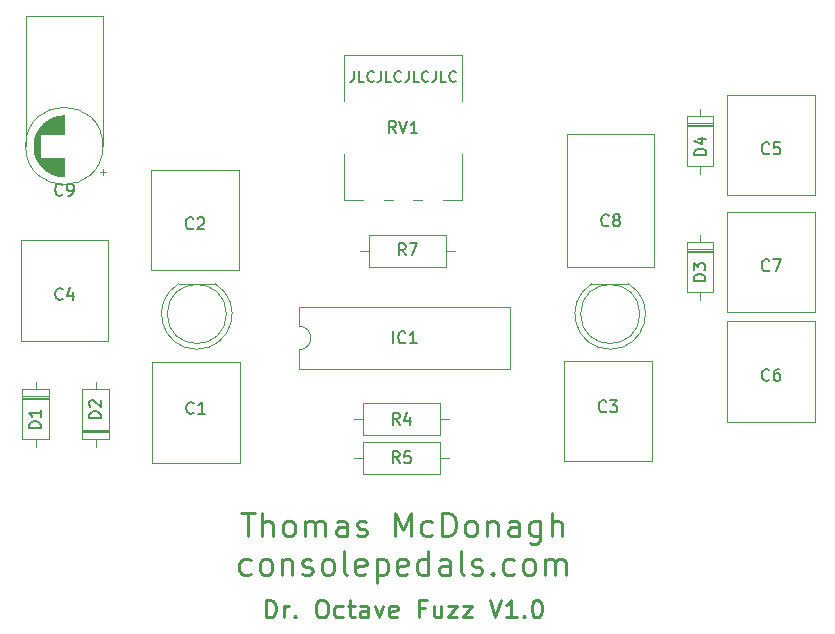
<source format=gbr>
G04 #@! TF.GenerationSoftware,KiCad,Pcbnew,(5.1.7)-1*
G04 #@! TF.CreationDate,2021-10-10T20:00:40-05:00*
G04 #@! TF.ProjectId,DrOctaveFuzz,44724f63-7461-4766-9546-757a7a2e6b69,rev?*
G04 #@! TF.SameCoordinates,Original*
G04 #@! TF.FileFunction,Legend,Top*
G04 #@! TF.FilePolarity,Positive*
%FSLAX46Y46*%
G04 Gerber Fmt 4.6, Leading zero omitted, Abs format (unit mm)*
G04 Created by KiCad (PCBNEW (5.1.7)-1) date 2021-10-10 20:00:40*
%MOMM*%
%LPD*%
G01*
G04 APERTURE LIST*
%ADD10C,0.150000*%
%ADD11C,0.250000*%
%ADD12C,0.120000*%
G04 APERTURE END LIST*
D10*
X128557857Y-75707142D02*
X128557857Y-76350000D01*
X128515000Y-76478571D01*
X128429285Y-76564285D01*
X128300714Y-76607142D01*
X128215000Y-76607142D01*
X129415000Y-76607142D02*
X128986428Y-76607142D01*
X128986428Y-75707142D01*
X130229285Y-76521428D02*
X130186428Y-76564285D01*
X130057857Y-76607142D01*
X129972142Y-76607142D01*
X129843571Y-76564285D01*
X129757857Y-76478571D01*
X129715000Y-76392857D01*
X129672142Y-76221428D01*
X129672142Y-76092857D01*
X129715000Y-75921428D01*
X129757857Y-75835714D01*
X129843571Y-75750000D01*
X129972142Y-75707142D01*
X130057857Y-75707142D01*
X130186428Y-75750000D01*
X130229285Y-75792857D01*
X130872142Y-75707142D02*
X130872142Y-76350000D01*
X130829285Y-76478571D01*
X130743571Y-76564285D01*
X130615000Y-76607142D01*
X130529285Y-76607142D01*
X131729285Y-76607142D02*
X131300714Y-76607142D01*
X131300714Y-75707142D01*
X132543571Y-76521428D02*
X132500714Y-76564285D01*
X132372142Y-76607142D01*
X132286428Y-76607142D01*
X132157857Y-76564285D01*
X132072142Y-76478571D01*
X132029285Y-76392857D01*
X131986428Y-76221428D01*
X131986428Y-76092857D01*
X132029285Y-75921428D01*
X132072142Y-75835714D01*
X132157857Y-75750000D01*
X132286428Y-75707142D01*
X132372142Y-75707142D01*
X132500714Y-75750000D01*
X132543571Y-75792857D01*
X133186428Y-75707142D02*
X133186428Y-76350000D01*
X133143571Y-76478571D01*
X133057857Y-76564285D01*
X132929285Y-76607142D01*
X132843571Y-76607142D01*
X134043571Y-76607142D02*
X133615000Y-76607142D01*
X133615000Y-75707142D01*
X134857857Y-76521428D02*
X134815000Y-76564285D01*
X134686428Y-76607142D01*
X134600714Y-76607142D01*
X134472142Y-76564285D01*
X134386428Y-76478571D01*
X134343571Y-76392857D01*
X134300714Y-76221428D01*
X134300714Y-76092857D01*
X134343571Y-75921428D01*
X134386428Y-75835714D01*
X134472142Y-75750000D01*
X134600714Y-75707142D01*
X134686428Y-75707142D01*
X134815000Y-75750000D01*
X134857857Y-75792857D01*
X135500714Y-75707142D02*
X135500714Y-76350000D01*
X135457857Y-76478571D01*
X135372142Y-76564285D01*
X135243571Y-76607142D01*
X135157857Y-76607142D01*
X136357857Y-76607142D02*
X135929285Y-76607142D01*
X135929285Y-75707142D01*
X137172142Y-76521428D02*
X137129285Y-76564285D01*
X137000714Y-76607142D01*
X136915000Y-76607142D01*
X136786428Y-76564285D01*
X136700714Y-76478571D01*
X136657857Y-76392857D01*
X136615000Y-76221428D01*
X136615000Y-76092857D01*
X136657857Y-75921428D01*
X136700714Y-75835714D01*
X136786428Y-75750000D01*
X136915000Y-75707142D01*
X137000714Y-75707142D01*
X137129285Y-75750000D01*
X137172142Y-75792857D01*
D11*
X121107142Y-121963571D02*
X121107142Y-120463571D01*
X121464285Y-120463571D01*
X121678571Y-120535000D01*
X121821428Y-120677857D01*
X121892857Y-120820714D01*
X121964285Y-121106428D01*
X121964285Y-121320714D01*
X121892857Y-121606428D01*
X121821428Y-121749285D01*
X121678571Y-121892142D01*
X121464285Y-121963571D01*
X121107142Y-121963571D01*
X122607142Y-121963571D02*
X122607142Y-120963571D01*
X122607142Y-121249285D02*
X122678571Y-121106428D01*
X122750000Y-121035000D01*
X122892857Y-120963571D01*
X123035714Y-120963571D01*
X123535714Y-121820714D02*
X123607142Y-121892142D01*
X123535714Y-121963571D01*
X123464285Y-121892142D01*
X123535714Y-121820714D01*
X123535714Y-121963571D01*
X125678571Y-120463571D02*
X125964285Y-120463571D01*
X126107142Y-120535000D01*
X126250000Y-120677857D01*
X126321428Y-120963571D01*
X126321428Y-121463571D01*
X126250000Y-121749285D01*
X126107142Y-121892142D01*
X125964285Y-121963571D01*
X125678571Y-121963571D01*
X125535714Y-121892142D01*
X125392857Y-121749285D01*
X125321428Y-121463571D01*
X125321428Y-120963571D01*
X125392857Y-120677857D01*
X125535714Y-120535000D01*
X125678571Y-120463571D01*
X127607142Y-121892142D02*
X127464285Y-121963571D01*
X127178571Y-121963571D01*
X127035714Y-121892142D01*
X126964285Y-121820714D01*
X126892857Y-121677857D01*
X126892857Y-121249285D01*
X126964285Y-121106428D01*
X127035714Y-121035000D01*
X127178571Y-120963571D01*
X127464285Y-120963571D01*
X127607142Y-121035000D01*
X128035714Y-120963571D02*
X128607142Y-120963571D01*
X128250000Y-120463571D02*
X128250000Y-121749285D01*
X128321428Y-121892142D01*
X128464285Y-121963571D01*
X128607142Y-121963571D01*
X129750000Y-121963571D02*
X129750000Y-121177857D01*
X129678571Y-121035000D01*
X129535714Y-120963571D01*
X129250000Y-120963571D01*
X129107142Y-121035000D01*
X129750000Y-121892142D02*
X129607142Y-121963571D01*
X129250000Y-121963571D01*
X129107142Y-121892142D01*
X129035714Y-121749285D01*
X129035714Y-121606428D01*
X129107142Y-121463571D01*
X129250000Y-121392142D01*
X129607142Y-121392142D01*
X129750000Y-121320714D01*
X130321428Y-120963571D02*
X130678571Y-121963571D01*
X131035714Y-120963571D01*
X132178571Y-121892142D02*
X132035714Y-121963571D01*
X131750000Y-121963571D01*
X131607142Y-121892142D01*
X131535714Y-121749285D01*
X131535714Y-121177857D01*
X131607142Y-121035000D01*
X131750000Y-120963571D01*
X132035714Y-120963571D01*
X132178571Y-121035000D01*
X132250000Y-121177857D01*
X132250000Y-121320714D01*
X131535714Y-121463571D01*
X134535714Y-121177857D02*
X134035714Y-121177857D01*
X134035714Y-121963571D02*
X134035714Y-120463571D01*
X134750000Y-120463571D01*
X135964285Y-120963571D02*
X135964285Y-121963571D01*
X135321428Y-120963571D02*
X135321428Y-121749285D01*
X135392857Y-121892142D01*
X135535714Y-121963571D01*
X135750000Y-121963571D01*
X135892857Y-121892142D01*
X135964285Y-121820714D01*
X136535714Y-120963571D02*
X137321428Y-120963571D01*
X136535714Y-121963571D01*
X137321428Y-121963571D01*
X137750000Y-120963571D02*
X138535714Y-120963571D01*
X137750000Y-121963571D01*
X138535714Y-121963571D01*
X140035714Y-120463571D02*
X140535714Y-121963571D01*
X141035714Y-120463571D01*
X142321428Y-121963571D02*
X141464285Y-121963571D01*
X141892857Y-121963571D02*
X141892857Y-120463571D01*
X141750000Y-120677857D01*
X141607142Y-120820714D01*
X141464285Y-120892142D01*
X142964285Y-121820714D02*
X143035714Y-121892142D01*
X142964285Y-121963571D01*
X142892857Y-121892142D01*
X142964285Y-121820714D01*
X142964285Y-121963571D01*
X143964285Y-120463571D02*
X144107142Y-120463571D01*
X144250000Y-120535000D01*
X144321428Y-120606428D01*
X144392857Y-120749285D01*
X144464285Y-121035000D01*
X144464285Y-121392142D01*
X144392857Y-121677857D01*
X144321428Y-121820714D01*
X144250000Y-121892142D01*
X144107142Y-121963571D01*
X143964285Y-121963571D01*
X143821428Y-121892142D01*
X143750000Y-121820714D01*
X143678571Y-121677857D01*
X143607142Y-121392142D01*
X143607142Y-121035000D01*
X143678571Y-120749285D01*
X143750000Y-120606428D01*
X143821428Y-120535000D01*
X143964285Y-120463571D01*
X119000714Y-113103761D02*
X120143571Y-113103761D01*
X119572142Y-115103761D02*
X119572142Y-113103761D01*
X120810238Y-115103761D02*
X120810238Y-113103761D01*
X121667380Y-115103761D02*
X121667380Y-114056142D01*
X121572142Y-113865666D01*
X121381666Y-113770428D01*
X121095952Y-113770428D01*
X120905476Y-113865666D01*
X120810238Y-113960904D01*
X122905476Y-115103761D02*
X122715000Y-115008523D01*
X122619761Y-114913285D01*
X122524523Y-114722809D01*
X122524523Y-114151380D01*
X122619761Y-113960904D01*
X122715000Y-113865666D01*
X122905476Y-113770428D01*
X123191190Y-113770428D01*
X123381666Y-113865666D01*
X123476904Y-113960904D01*
X123572142Y-114151380D01*
X123572142Y-114722809D01*
X123476904Y-114913285D01*
X123381666Y-115008523D01*
X123191190Y-115103761D01*
X122905476Y-115103761D01*
X124429285Y-115103761D02*
X124429285Y-113770428D01*
X124429285Y-113960904D02*
X124524523Y-113865666D01*
X124715000Y-113770428D01*
X125000714Y-113770428D01*
X125191190Y-113865666D01*
X125286428Y-114056142D01*
X125286428Y-115103761D01*
X125286428Y-114056142D02*
X125381666Y-113865666D01*
X125572142Y-113770428D01*
X125857857Y-113770428D01*
X126048333Y-113865666D01*
X126143571Y-114056142D01*
X126143571Y-115103761D01*
X127953095Y-115103761D02*
X127953095Y-114056142D01*
X127857857Y-113865666D01*
X127667380Y-113770428D01*
X127286428Y-113770428D01*
X127095952Y-113865666D01*
X127953095Y-115008523D02*
X127762619Y-115103761D01*
X127286428Y-115103761D01*
X127095952Y-115008523D01*
X127000714Y-114818047D01*
X127000714Y-114627571D01*
X127095952Y-114437095D01*
X127286428Y-114341857D01*
X127762619Y-114341857D01*
X127953095Y-114246619D01*
X128810238Y-115008523D02*
X129000714Y-115103761D01*
X129381666Y-115103761D01*
X129572142Y-115008523D01*
X129667380Y-114818047D01*
X129667380Y-114722809D01*
X129572142Y-114532333D01*
X129381666Y-114437095D01*
X129095952Y-114437095D01*
X128905476Y-114341857D01*
X128810238Y-114151380D01*
X128810238Y-114056142D01*
X128905476Y-113865666D01*
X129095952Y-113770428D01*
X129381666Y-113770428D01*
X129572142Y-113865666D01*
X132048333Y-115103761D02*
X132048333Y-113103761D01*
X132715000Y-114532333D01*
X133381666Y-113103761D01*
X133381666Y-115103761D01*
X135191190Y-115008523D02*
X135000714Y-115103761D01*
X134619761Y-115103761D01*
X134429285Y-115008523D01*
X134334047Y-114913285D01*
X134238809Y-114722809D01*
X134238809Y-114151380D01*
X134334047Y-113960904D01*
X134429285Y-113865666D01*
X134619761Y-113770428D01*
X135000714Y-113770428D01*
X135191190Y-113865666D01*
X136048333Y-115103761D02*
X136048333Y-113103761D01*
X136524523Y-113103761D01*
X136810238Y-113199000D01*
X137000714Y-113389476D01*
X137095952Y-113579952D01*
X137191190Y-113960904D01*
X137191190Y-114246619D01*
X137095952Y-114627571D01*
X137000714Y-114818047D01*
X136810238Y-115008523D01*
X136524523Y-115103761D01*
X136048333Y-115103761D01*
X138334047Y-115103761D02*
X138143571Y-115008523D01*
X138048333Y-114913285D01*
X137953095Y-114722809D01*
X137953095Y-114151380D01*
X138048333Y-113960904D01*
X138143571Y-113865666D01*
X138334047Y-113770428D01*
X138619761Y-113770428D01*
X138810238Y-113865666D01*
X138905476Y-113960904D01*
X139000714Y-114151380D01*
X139000714Y-114722809D01*
X138905476Y-114913285D01*
X138810238Y-115008523D01*
X138619761Y-115103761D01*
X138334047Y-115103761D01*
X139857857Y-113770428D02*
X139857857Y-115103761D01*
X139857857Y-113960904D02*
X139953095Y-113865666D01*
X140143571Y-113770428D01*
X140429285Y-113770428D01*
X140619761Y-113865666D01*
X140715000Y-114056142D01*
X140715000Y-115103761D01*
X142524523Y-115103761D02*
X142524523Y-114056142D01*
X142429285Y-113865666D01*
X142238809Y-113770428D01*
X141857857Y-113770428D01*
X141667380Y-113865666D01*
X142524523Y-115008523D02*
X142334047Y-115103761D01*
X141857857Y-115103761D01*
X141667380Y-115008523D01*
X141572142Y-114818047D01*
X141572142Y-114627571D01*
X141667380Y-114437095D01*
X141857857Y-114341857D01*
X142334047Y-114341857D01*
X142524523Y-114246619D01*
X144334047Y-113770428D02*
X144334047Y-115389476D01*
X144238809Y-115579952D01*
X144143571Y-115675190D01*
X143953095Y-115770428D01*
X143667380Y-115770428D01*
X143476904Y-115675190D01*
X144334047Y-115008523D02*
X144143571Y-115103761D01*
X143762619Y-115103761D01*
X143572142Y-115008523D01*
X143476904Y-114913285D01*
X143381666Y-114722809D01*
X143381666Y-114151380D01*
X143476904Y-113960904D01*
X143572142Y-113865666D01*
X143762619Y-113770428D01*
X144143571Y-113770428D01*
X144334047Y-113865666D01*
X145286428Y-115103761D02*
X145286428Y-113103761D01*
X146143571Y-115103761D02*
X146143571Y-114056142D01*
X146048333Y-113865666D01*
X145857857Y-113770428D01*
X145572142Y-113770428D01*
X145381666Y-113865666D01*
X145286428Y-113960904D01*
X119810238Y-118258523D02*
X119619761Y-118353761D01*
X119238809Y-118353761D01*
X119048333Y-118258523D01*
X118953095Y-118163285D01*
X118857857Y-117972809D01*
X118857857Y-117401380D01*
X118953095Y-117210904D01*
X119048333Y-117115666D01*
X119238809Y-117020428D01*
X119619761Y-117020428D01*
X119810238Y-117115666D01*
X120953095Y-118353761D02*
X120762619Y-118258523D01*
X120667380Y-118163285D01*
X120572142Y-117972809D01*
X120572142Y-117401380D01*
X120667380Y-117210904D01*
X120762619Y-117115666D01*
X120953095Y-117020428D01*
X121238809Y-117020428D01*
X121429285Y-117115666D01*
X121524523Y-117210904D01*
X121619761Y-117401380D01*
X121619761Y-117972809D01*
X121524523Y-118163285D01*
X121429285Y-118258523D01*
X121238809Y-118353761D01*
X120953095Y-118353761D01*
X122476904Y-117020428D02*
X122476904Y-118353761D01*
X122476904Y-117210904D02*
X122572142Y-117115666D01*
X122762619Y-117020428D01*
X123048333Y-117020428D01*
X123238809Y-117115666D01*
X123334047Y-117306142D01*
X123334047Y-118353761D01*
X124191190Y-118258523D02*
X124381666Y-118353761D01*
X124762619Y-118353761D01*
X124953095Y-118258523D01*
X125048333Y-118068047D01*
X125048333Y-117972809D01*
X124953095Y-117782333D01*
X124762619Y-117687095D01*
X124476904Y-117687095D01*
X124286428Y-117591857D01*
X124191190Y-117401380D01*
X124191190Y-117306142D01*
X124286428Y-117115666D01*
X124476904Y-117020428D01*
X124762619Y-117020428D01*
X124953095Y-117115666D01*
X126191190Y-118353761D02*
X126000714Y-118258523D01*
X125905476Y-118163285D01*
X125810238Y-117972809D01*
X125810238Y-117401380D01*
X125905476Y-117210904D01*
X126000714Y-117115666D01*
X126191190Y-117020428D01*
X126476904Y-117020428D01*
X126667380Y-117115666D01*
X126762619Y-117210904D01*
X126857857Y-117401380D01*
X126857857Y-117972809D01*
X126762619Y-118163285D01*
X126667380Y-118258523D01*
X126476904Y-118353761D01*
X126191190Y-118353761D01*
X128000714Y-118353761D02*
X127810238Y-118258523D01*
X127715000Y-118068047D01*
X127715000Y-116353761D01*
X129524523Y-118258523D02*
X129334047Y-118353761D01*
X128953095Y-118353761D01*
X128762619Y-118258523D01*
X128667380Y-118068047D01*
X128667380Y-117306142D01*
X128762619Y-117115666D01*
X128953095Y-117020428D01*
X129334047Y-117020428D01*
X129524523Y-117115666D01*
X129619761Y-117306142D01*
X129619761Y-117496619D01*
X128667380Y-117687095D01*
X130476904Y-117020428D02*
X130476904Y-119020428D01*
X130476904Y-117115666D02*
X130667380Y-117020428D01*
X131048333Y-117020428D01*
X131238809Y-117115666D01*
X131334047Y-117210904D01*
X131429285Y-117401380D01*
X131429285Y-117972809D01*
X131334047Y-118163285D01*
X131238809Y-118258523D01*
X131048333Y-118353761D01*
X130667380Y-118353761D01*
X130476904Y-118258523D01*
X133048333Y-118258523D02*
X132857857Y-118353761D01*
X132476904Y-118353761D01*
X132286428Y-118258523D01*
X132191190Y-118068047D01*
X132191190Y-117306142D01*
X132286428Y-117115666D01*
X132476904Y-117020428D01*
X132857857Y-117020428D01*
X133048333Y-117115666D01*
X133143571Y-117306142D01*
X133143571Y-117496619D01*
X132191190Y-117687095D01*
X134857857Y-118353761D02*
X134857857Y-116353761D01*
X134857857Y-118258523D02*
X134667380Y-118353761D01*
X134286428Y-118353761D01*
X134095952Y-118258523D01*
X134000714Y-118163285D01*
X133905476Y-117972809D01*
X133905476Y-117401380D01*
X134000714Y-117210904D01*
X134095952Y-117115666D01*
X134286428Y-117020428D01*
X134667380Y-117020428D01*
X134857857Y-117115666D01*
X136667380Y-118353761D02*
X136667380Y-117306142D01*
X136572142Y-117115666D01*
X136381666Y-117020428D01*
X136000714Y-117020428D01*
X135810238Y-117115666D01*
X136667380Y-118258523D02*
X136476904Y-118353761D01*
X136000714Y-118353761D01*
X135810238Y-118258523D01*
X135715000Y-118068047D01*
X135715000Y-117877571D01*
X135810238Y-117687095D01*
X136000714Y-117591857D01*
X136476904Y-117591857D01*
X136667380Y-117496619D01*
X137905476Y-118353761D02*
X137715000Y-118258523D01*
X137619761Y-118068047D01*
X137619761Y-116353761D01*
X138572142Y-118258523D02*
X138762619Y-118353761D01*
X139143571Y-118353761D01*
X139334047Y-118258523D01*
X139429285Y-118068047D01*
X139429285Y-117972809D01*
X139334047Y-117782333D01*
X139143571Y-117687095D01*
X138857857Y-117687095D01*
X138667380Y-117591857D01*
X138572142Y-117401380D01*
X138572142Y-117306142D01*
X138667380Y-117115666D01*
X138857857Y-117020428D01*
X139143571Y-117020428D01*
X139334047Y-117115666D01*
X140286428Y-118163285D02*
X140381666Y-118258523D01*
X140286428Y-118353761D01*
X140191190Y-118258523D01*
X140286428Y-118163285D01*
X140286428Y-118353761D01*
X142095952Y-118258523D02*
X141905476Y-118353761D01*
X141524523Y-118353761D01*
X141334047Y-118258523D01*
X141238809Y-118163285D01*
X141143571Y-117972809D01*
X141143571Y-117401380D01*
X141238809Y-117210904D01*
X141334047Y-117115666D01*
X141524523Y-117020428D01*
X141905476Y-117020428D01*
X142095952Y-117115666D01*
X143238809Y-118353761D02*
X143048333Y-118258523D01*
X142953095Y-118163285D01*
X142857857Y-117972809D01*
X142857857Y-117401380D01*
X142953095Y-117210904D01*
X143048333Y-117115666D01*
X143238809Y-117020428D01*
X143524523Y-117020428D01*
X143715000Y-117115666D01*
X143810238Y-117210904D01*
X143905476Y-117401380D01*
X143905476Y-117972809D01*
X143810238Y-118163285D01*
X143715000Y-118258523D01*
X143524523Y-118353761D01*
X143238809Y-118353761D01*
X144762619Y-118353761D02*
X144762619Y-117020428D01*
X144762619Y-117210904D02*
X144857857Y-117115666D01*
X145048333Y-117020428D01*
X145334047Y-117020428D01*
X145524523Y-117115666D01*
X145619761Y-117306142D01*
X145619761Y-118353761D01*
X145619761Y-117306142D02*
X145715000Y-117115666D01*
X145905476Y-117020428D01*
X146191190Y-117020428D01*
X146381666Y-117115666D01*
X146476904Y-117306142D01*
X146476904Y-118353761D01*
D12*
G04 #@! TO.C,D5*
X116795000Y-93710000D02*
X113705000Y-93710000D01*
X117750000Y-96270000D02*
G75*
G03*
X117750000Y-96270000I-2500000J0D01*
G01*
X115249538Y-99260000D02*
G75*
G03*
X116794830Y-93710000I462J2990000D01*
G01*
X115250462Y-99260000D02*
G75*
G02*
X113705170Y-93710000I-462J2990000D01*
G01*
G04 #@! TO.C,D6*
X152750000Y-96270000D02*
G75*
G03*
X152750000Y-96270000I-2500000J0D01*
G01*
X151795000Y-93710000D02*
X148705000Y-93710000D01*
X150250462Y-99260000D02*
G75*
G02*
X148705170Y-93710000I-462J2990000D01*
G01*
X150249538Y-99260000D02*
G75*
G03*
X151794830Y-93710000I462J2990000D01*
G01*
G04 #@! TO.C,C1*
X111429000Y-100357000D02*
X118869000Y-100357000D01*
X111429000Y-108847000D02*
X118869000Y-108847000D01*
X111429000Y-100357000D02*
X111429000Y-108847000D01*
X118869000Y-100357000D02*
X118869000Y-108847000D01*
G04 #@! TO.C,C2*
X118822000Y-92556000D02*
X111382000Y-92556000D01*
X118822000Y-84066000D02*
X111382000Y-84066000D01*
X118822000Y-92556000D02*
X118822000Y-84066000D01*
X111382000Y-92556000D02*
X111382000Y-84066000D01*
G04 #@! TO.C,C3*
X146354000Y-100230000D02*
X153794000Y-100230000D01*
X146354000Y-108720000D02*
X153794000Y-108720000D01*
X146354000Y-100230000D02*
X146354000Y-108720000D01*
X153794000Y-100230000D02*
X153794000Y-108720000D01*
G04 #@! TO.C,C4*
X100333000Y-98525000D02*
X100333000Y-90035000D01*
X107773000Y-98525000D02*
X107773000Y-90035000D01*
X107773000Y-90035000D02*
X100333000Y-90035000D01*
X107773000Y-98525000D02*
X100333000Y-98525000D01*
G04 #@! TO.C,C5*
X160150000Y-86206000D02*
X160150000Y-77716000D01*
X167590000Y-86206000D02*
X167590000Y-77716000D01*
X167590000Y-77716000D02*
X160150000Y-77716000D01*
X167590000Y-86206000D02*
X160150000Y-86206000D01*
G04 #@! TO.C,C6*
X160150000Y-105383000D02*
X160150000Y-96893000D01*
X167590000Y-105383000D02*
X167590000Y-96893000D01*
X167590000Y-96893000D02*
X160150000Y-96893000D01*
X167590000Y-105383000D02*
X160150000Y-105383000D01*
G04 #@! TO.C,C7*
X167590000Y-96112000D02*
X160150000Y-96112000D01*
X167590000Y-87622000D02*
X160150000Y-87622000D01*
X167590000Y-96112000D02*
X167590000Y-87622000D01*
X160150000Y-96112000D02*
X160150000Y-87622000D01*
G04 #@! TO.C,C8*
X146561000Y-92302000D02*
X146561000Y-81012000D01*
X154001000Y-92302000D02*
X154001000Y-81012000D01*
X154001000Y-81012000D02*
X146561000Y-81012000D01*
X154001000Y-92302000D02*
X146561000Y-92302000D01*
G04 #@! TO.C,C9*
X107294975Y-84490900D02*
X107294975Y-83990900D01*
X107544975Y-84240900D02*
X107044975Y-84240900D01*
X101428000Y-82326000D02*
X101428000Y-81758000D01*
X101468000Y-82560000D02*
X101468000Y-81524000D01*
X101508000Y-82719000D02*
X101508000Y-81365000D01*
X101548000Y-82847000D02*
X101548000Y-81237000D01*
X101588000Y-82957000D02*
X101588000Y-81127000D01*
X101628000Y-83053000D02*
X101628000Y-81031000D01*
X101668000Y-83140000D02*
X101668000Y-80944000D01*
X101708000Y-83220000D02*
X101708000Y-80864000D01*
X101748000Y-83293000D02*
X101748000Y-80791000D01*
X101788000Y-83361000D02*
X101788000Y-80723000D01*
X101828000Y-83425000D02*
X101828000Y-80659000D01*
X101868000Y-83485000D02*
X101868000Y-80599000D01*
X101908000Y-83542000D02*
X101908000Y-80542000D01*
X101948000Y-83596000D02*
X101948000Y-80488000D01*
X101988000Y-83647000D02*
X101988000Y-80437000D01*
X102028000Y-81002000D02*
X102028000Y-80389000D01*
X102028000Y-83695000D02*
X102028000Y-83082000D01*
X102068000Y-81002000D02*
X102068000Y-80343000D01*
X102068000Y-83741000D02*
X102068000Y-83082000D01*
X102108000Y-81002000D02*
X102108000Y-80299000D01*
X102108000Y-83785000D02*
X102108000Y-83082000D01*
X102148000Y-81002000D02*
X102148000Y-80257000D01*
X102148000Y-83827000D02*
X102148000Y-83082000D01*
X102188000Y-81002000D02*
X102188000Y-80216000D01*
X102188000Y-83868000D02*
X102188000Y-83082000D01*
X102228000Y-81002000D02*
X102228000Y-80178000D01*
X102228000Y-83906000D02*
X102228000Y-83082000D01*
X102268000Y-81002000D02*
X102268000Y-80141000D01*
X102268000Y-83943000D02*
X102268000Y-83082000D01*
X102308000Y-81002000D02*
X102308000Y-80105000D01*
X102308000Y-83979000D02*
X102308000Y-83082000D01*
X102348000Y-81002000D02*
X102348000Y-80071000D01*
X102348000Y-84013000D02*
X102348000Y-83082000D01*
X102388000Y-81002000D02*
X102388000Y-80038000D01*
X102388000Y-84046000D02*
X102388000Y-83082000D01*
X102428000Y-81002000D02*
X102428000Y-80007000D01*
X102428000Y-84077000D02*
X102428000Y-83082000D01*
X102468000Y-81002000D02*
X102468000Y-79977000D01*
X102468000Y-84107000D02*
X102468000Y-83082000D01*
X102508000Y-81002000D02*
X102508000Y-79947000D01*
X102508000Y-84137000D02*
X102508000Y-83082000D01*
X102548000Y-81002000D02*
X102548000Y-79920000D01*
X102548000Y-84164000D02*
X102548000Y-83082000D01*
X102588000Y-81002000D02*
X102588000Y-79893000D01*
X102588000Y-84191000D02*
X102588000Y-83082000D01*
X102628000Y-81002000D02*
X102628000Y-79867000D01*
X102628000Y-84217000D02*
X102628000Y-83082000D01*
X102668000Y-81002000D02*
X102668000Y-79842000D01*
X102668000Y-84242000D02*
X102668000Y-83082000D01*
X102708000Y-81002000D02*
X102708000Y-79818000D01*
X102708000Y-84266000D02*
X102708000Y-83082000D01*
X102748000Y-81002000D02*
X102748000Y-79795000D01*
X102748000Y-84289000D02*
X102748000Y-83082000D01*
X102788000Y-81002000D02*
X102788000Y-79774000D01*
X102788000Y-84310000D02*
X102788000Y-83082000D01*
X102828000Y-81002000D02*
X102828000Y-79752000D01*
X102828000Y-84332000D02*
X102828000Y-83082000D01*
X102868000Y-81002000D02*
X102868000Y-79732000D01*
X102868000Y-84352000D02*
X102868000Y-83082000D01*
X102908000Y-81002000D02*
X102908000Y-79713000D01*
X102908000Y-84371000D02*
X102908000Y-83082000D01*
X102948000Y-81002000D02*
X102948000Y-79694000D01*
X102948000Y-84390000D02*
X102948000Y-83082000D01*
X102988000Y-81002000D02*
X102988000Y-79677000D01*
X102988000Y-84407000D02*
X102988000Y-83082000D01*
X103028000Y-81002000D02*
X103028000Y-79660000D01*
X103028000Y-84424000D02*
X103028000Y-83082000D01*
X103068000Y-81002000D02*
X103068000Y-79644000D01*
X103068000Y-84440000D02*
X103068000Y-83082000D01*
X103108000Y-81002000D02*
X103108000Y-79628000D01*
X103108000Y-84456000D02*
X103108000Y-83082000D01*
X103148000Y-81002000D02*
X103148000Y-79614000D01*
X103148000Y-84470000D02*
X103148000Y-83082000D01*
X103188000Y-81002000D02*
X103188000Y-79600000D01*
X103188000Y-84484000D02*
X103188000Y-83082000D01*
X103228000Y-81002000D02*
X103228000Y-79587000D01*
X103228000Y-84497000D02*
X103228000Y-83082000D01*
X103268000Y-81002000D02*
X103268000Y-79574000D01*
X103268000Y-84510000D02*
X103268000Y-83082000D01*
X103308000Y-81002000D02*
X103308000Y-79562000D01*
X103308000Y-84522000D02*
X103308000Y-83082000D01*
X103349000Y-81002000D02*
X103349000Y-79551000D01*
X103349000Y-84533000D02*
X103349000Y-83082000D01*
X103389000Y-81002000D02*
X103389000Y-79541000D01*
X103389000Y-84543000D02*
X103389000Y-83082000D01*
X103429000Y-81002000D02*
X103429000Y-79531000D01*
X103429000Y-84553000D02*
X103429000Y-83082000D01*
X103469000Y-81002000D02*
X103469000Y-79522000D01*
X103469000Y-84562000D02*
X103469000Y-83082000D01*
X103509000Y-81002000D02*
X103509000Y-79514000D01*
X103509000Y-84570000D02*
X103509000Y-83082000D01*
X103549000Y-81002000D02*
X103549000Y-79506000D01*
X103549000Y-84578000D02*
X103549000Y-83082000D01*
X103589000Y-81002000D02*
X103589000Y-79499000D01*
X103589000Y-84585000D02*
X103589000Y-83082000D01*
X103629000Y-81002000D02*
X103629000Y-79492000D01*
X103629000Y-84592000D02*
X103629000Y-83082000D01*
X103669000Y-81002000D02*
X103669000Y-79486000D01*
X103669000Y-84598000D02*
X103669000Y-83082000D01*
X103709000Y-81002000D02*
X103709000Y-79481000D01*
X103709000Y-84603000D02*
X103709000Y-83082000D01*
X103749000Y-81002000D02*
X103749000Y-79477000D01*
X103749000Y-84607000D02*
X103749000Y-83082000D01*
X103789000Y-81002000D02*
X103789000Y-79473000D01*
X103789000Y-84611000D02*
X103789000Y-83082000D01*
X103829000Y-81002000D02*
X103829000Y-79469000D01*
X103829000Y-84615000D02*
X103829000Y-83082000D01*
X103869000Y-81002000D02*
X103869000Y-79466000D01*
X103869000Y-84618000D02*
X103869000Y-83082000D01*
X103909000Y-81002000D02*
X103909000Y-79464000D01*
X103909000Y-84620000D02*
X103909000Y-83082000D01*
X103949000Y-81002000D02*
X103949000Y-79463000D01*
X103949000Y-84621000D02*
X103949000Y-83082000D01*
X103989000Y-84622000D02*
X103989000Y-83082000D01*
X103989000Y-81002000D02*
X103989000Y-79462000D01*
X104029000Y-84622000D02*
X104029000Y-83082000D01*
X104029000Y-81002000D02*
X104029000Y-79462000D01*
X107299000Y-82042000D02*
G75*
G03*
X107299000Y-82042000I-3270000J0D01*
G01*
X100759000Y-82042000D02*
X100759000Y-71042000D01*
X107299000Y-82042000D02*
X107299000Y-71042000D01*
X107299000Y-71042000D02*
X100759000Y-71042000D01*
G04 #@! TO.C,D1*
X102720000Y-102655000D02*
X100480000Y-102655000D01*
X100480000Y-102655000D02*
X100480000Y-106895000D01*
X100480000Y-106895000D02*
X102720000Y-106895000D01*
X102720000Y-106895000D02*
X102720000Y-102655000D01*
X101600000Y-102005000D02*
X101600000Y-102655000D01*
X101600000Y-107545000D02*
X101600000Y-106895000D01*
X102720000Y-103375000D02*
X100480000Y-103375000D01*
X102720000Y-103495000D02*
X100480000Y-103495000D01*
X102720000Y-103255000D02*
X100480000Y-103255000D01*
G04 #@! TO.C,D2*
X105560000Y-106295000D02*
X107800000Y-106295000D01*
X105560000Y-106055000D02*
X107800000Y-106055000D01*
X105560000Y-106175000D02*
X107800000Y-106175000D01*
X106680000Y-102005000D02*
X106680000Y-102655000D01*
X106680000Y-107545000D02*
X106680000Y-106895000D01*
X105560000Y-102655000D02*
X105560000Y-106895000D01*
X107800000Y-102655000D02*
X105560000Y-102655000D01*
X107800000Y-106895000D02*
X107800000Y-102655000D01*
X105560000Y-106895000D02*
X107800000Y-106895000D01*
G04 #@! TO.C,D3*
X158981000Y-90209000D02*
X156741000Y-90209000D01*
X156741000Y-90209000D02*
X156741000Y-94449000D01*
X156741000Y-94449000D02*
X158981000Y-94449000D01*
X158981000Y-94449000D02*
X158981000Y-90209000D01*
X157861000Y-89559000D02*
X157861000Y-90209000D01*
X157861000Y-95099000D02*
X157861000Y-94449000D01*
X158981000Y-90929000D02*
X156741000Y-90929000D01*
X158981000Y-91049000D02*
X156741000Y-91049000D01*
X158981000Y-90809000D02*
X156741000Y-90809000D01*
G04 #@! TO.C,D4*
X158981000Y-80141000D02*
X156741000Y-80141000D01*
X158981000Y-80381000D02*
X156741000Y-80381000D01*
X158981000Y-80261000D02*
X156741000Y-80261000D01*
X157861000Y-84431000D02*
X157861000Y-83781000D01*
X157861000Y-78891000D02*
X157861000Y-79541000D01*
X158981000Y-83781000D02*
X158981000Y-79541000D01*
X156741000Y-83781000D02*
X158981000Y-83781000D01*
X156741000Y-79541000D02*
X156741000Y-83781000D01*
X158981000Y-79541000D02*
X156741000Y-79541000D01*
G04 #@! TO.C,IC1*
X123892000Y-95648000D02*
X123892000Y-97298000D01*
X141792000Y-95648000D02*
X123892000Y-95648000D01*
X141792000Y-100948000D02*
X141792000Y-95648000D01*
X123892000Y-100948000D02*
X141792000Y-100948000D01*
X123892000Y-99298000D02*
X123892000Y-100948000D01*
X123892000Y-97298000D02*
G75*
G02*
X123892000Y-99298000I0J-1000000D01*
G01*
G04 #@! TO.C,R4*
X129318000Y-103786000D02*
X129318000Y-106526000D01*
X129318000Y-106526000D02*
X135858000Y-106526000D01*
X135858000Y-106526000D02*
X135858000Y-103786000D01*
X135858000Y-103786000D02*
X129318000Y-103786000D01*
X128548000Y-105156000D02*
X129318000Y-105156000D01*
X136628000Y-105156000D02*
X135858000Y-105156000D01*
G04 #@! TO.C,R5*
X128548000Y-108458000D02*
X129318000Y-108458000D01*
X136628000Y-108458000D02*
X135858000Y-108458000D01*
X129318000Y-109828000D02*
X135858000Y-109828000D01*
X129318000Y-107088000D02*
X129318000Y-109828000D01*
X135858000Y-107088000D02*
X129318000Y-107088000D01*
X135858000Y-109828000D02*
X135858000Y-107088000D01*
G04 #@! TO.C,R7*
X129826000Y-89562000D02*
X129826000Y-92302000D01*
X129826000Y-92302000D02*
X136366000Y-92302000D01*
X136366000Y-92302000D02*
X136366000Y-89562000D01*
X136366000Y-89562000D02*
X129826000Y-89562000D01*
X129056000Y-90932000D02*
X129826000Y-90932000D01*
X137136000Y-90932000D02*
X136366000Y-90932000D01*
G04 #@! TO.C,RV1*
X127745000Y-74380000D02*
X137685000Y-74380000D01*
X136085000Y-86620000D02*
X137685000Y-86620000D01*
X133586000Y-86620000D02*
X134345000Y-86620000D01*
X131086000Y-86620000D02*
X131845000Y-86620000D01*
X127745000Y-86620000D02*
X129344000Y-86620000D01*
X137685000Y-78245000D02*
X137685000Y-74380000D01*
X137685000Y-86620000D02*
X137685000Y-82755000D01*
X127745000Y-78245000D02*
X127745000Y-74380000D01*
X127745000Y-86620000D02*
X127745000Y-82755000D01*
G04 #@! TO.C,C1*
D10*
X114982333Y-104624142D02*
X114934714Y-104671761D01*
X114791857Y-104719380D01*
X114696619Y-104719380D01*
X114553761Y-104671761D01*
X114458523Y-104576523D01*
X114410904Y-104481285D01*
X114363285Y-104290809D01*
X114363285Y-104147952D01*
X114410904Y-103957476D01*
X114458523Y-103862238D01*
X114553761Y-103767000D01*
X114696619Y-103719380D01*
X114791857Y-103719380D01*
X114934714Y-103767000D01*
X114982333Y-103814619D01*
X115934714Y-104719380D02*
X115363285Y-104719380D01*
X115649000Y-104719380D02*
X115649000Y-103719380D01*
X115553761Y-103862238D01*
X115458523Y-103957476D01*
X115363285Y-104005095D01*
G04 #@! TO.C,C2*
X114935333Y-89003142D02*
X114887714Y-89050761D01*
X114744857Y-89098380D01*
X114649619Y-89098380D01*
X114506761Y-89050761D01*
X114411523Y-88955523D01*
X114363904Y-88860285D01*
X114316285Y-88669809D01*
X114316285Y-88526952D01*
X114363904Y-88336476D01*
X114411523Y-88241238D01*
X114506761Y-88146000D01*
X114649619Y-88098380D01*
X114744857Y-88098380D01*
X114887714Y-88146000D01*
X114935333Y-88193619D01*
X115316285Y-88193619D02*
X115363904Y-88146000D01*
X115459142Y-88098380D01*
X115697238Y-88098380D01*
X115792476Y-88146000D01*
X115840095Y-88193619D01*
X115887714Y-88288857D01*
X115887714Y-88384095D01*
X115840095Y-88526952D01*
X115268666Y-89098380D01*
X115887714Y-89098380D01*
G04 #@! TO.C,C3*
X149907333Y-104497142D02*
X149859714Y-104544761D01*
X149716857Y-104592380D01*
X149621619Y-104592380D01*
X149478761Y-104544761D01*
X149383523Y-104449523D01*
X149335904Y-104354285D01*
X149288285Y-104163809D01*
X149288285Y-104020952D01*
X149335904Y-103830476D01*
X149383523Y-103735238D01*
X149478761Y-103640000D01*
X149621619Y-103592380D01*
X149716857Y-103592380D01*
X149859714Y-103640000D01*
X149907333Y-103687619D01*
X150240666Y-103592380D02*
X150859714Y-103592380D01*
X150526380Y-103973333D01*
X150669238Y-103973333D01*
X150764476Y-104020952D01*
X150812095Y-104068571D01*
X150859714Y-104163809D01*
X150859714Y-104401904D01*
X150812095Y-104497142D01*
X150764476Y-104544761D01*
X150669238Y-104592380D01*
X150383523Y-104592380D01*
X150288285Y-104544761D01*
X150240666Y-104497142D01*
G04 #@! TO.C,C4*
X103886333Y-94972142D02*
X103838714Y-95019761D01*
X103695857Y-95067380D01*
X103600619Y-95067380D01*
X103457761Y-95019761D01*
X103362523Y-94924523D01*
X103314904Y-94829285D01*
X103267285Y-94638809D01*
X103267285Y-94495952D01*
X103314904Y-94305476D01*
X103362523Y-94210238D01*
X103457761Y-94115000D01*
X103600619Y-94067380D01*
X103695857Y-94067380D01*
X103838714Y-94115000D01*
X103886333Y-94162619D01*
X104743476Y-94400714D02*
X104743476Y-95067380D01*
X104505380Y-94019761D02*
X104267285Y-94734047D01*
X104886333Y-94734047D01*
G04 #@! TO.C,C5*
X163703333Y-82653142D02*
X163655714Y-82700761D01*
X163512857Y-82748380D01*
X163417619Y-82748380D01*
X163274761Y-82700761D01*
X163179523Y-82605523D01*
X163131904Y-82510285D01*
X163084285Y-82319809D01*
X163084285Y-82176952D01*
X163131904Y-81986476D01*
X163179523Y-81891238D01*
X163274761Y-81796000D01*
X163417619Y-81748380D01*
X163512857Y-81748380D01*
X163655714Y-81796000D01*
X163703333Y-81843619D01*
X164608095Y-81748380D02*
X164131904Y-81748380D01*
X164084285Y-82224571D01*
X164131904Y-82176952D01*
X164227142Y-82129333D01*
X164465238Y-82129333D01*
X164560476Y-82176952D01*
X164608095Y-82224571D01*
X164655714Y-82319809D01*
X164655714Y-82557904D01*
X164608095Y-82653142D01*
X164560476Y-82700761D01*
X164465238Y-82748380D01*
X164227142Y-82748380D01*
X164131904Y-82700761D01*
X164084285Y-82653142D01*
G04 #@! TO.C,C6*
X163703333Y-101830142D02*
X163655714Y-101877761D01*
X163512857Y-101925380D01*
X163417619Y-101925380D01*
X163274761Y-101877761D01*
X163179523Y-101782523D01*
X163131904Y-101687285D01*
X163084285Y-101496809D01*
X163084285Y-101353952D01*
X163131904Y-101163476D01*
X163179523Y-101068238D01*
X163274761Y-100973000D01*
X163417619Y-100925380D01*
X163512857Y-100925380D01*
X163655714Y-100973000D01*
X163703333Y-101020619D01*
X164560476Y-100925380D02*
X164370000Y-100925380D01*
X164274761Y-100973000D01*
X164227142Y-101020619D01*
X164131904Y-101163476D01*
X164084285Y-101353952D01*
X164084285Y-101734904D01*
X164131904Y-101830142D01*
X164179523Y-101877761D01*
X164274761Y-101925380D01*
X164465238Y-101925380D01*
X164560476Y-101877761D01*
X164608095Y-101830142D01*
X164655714Y-101734904D01*
X164655714Y-101496809D01*
X164608095Y-101401571D01*
X164560476Y-101353952D01*
X164465238Y-101306333D01*
X164274761Y-101306333D01*
X164179523Y-101353952D01*
X164131904Y-101401571D01*
X164084285Y-101496809D01*
G04 #@! TO.C,C7*
X163703333Y-92559142D02*
X163655714Y-92606761D01*
X163512857Y-92654380D01*
X163417619Y-92654380D01*
X163274761Y-92606761D01*
X163179523Y-92511523D01*
X163131904Y-92416285D01*
X163084285Y-92225809D01*
X163084285Y-92082952D01*
X163131904Y-91892476D01*
X163179523Y-91797238D01*
X163274761Y-91702000D01*
X163417619Y-91654380D01*
X163512857Y-91654380D01*
X163655714Y-91702000D01*
X163703333Y-91749619D01*
X164036666Y-91654380D02*
X164703333Y-91654380D01*
X164274761Y-92654380D01*
G04 #@! TO.C,C8*
X150114333Y-88749142D02*
X150066714Y-88796761D01*
X149923857Y-88844380D01*
X149828619Y-88844380D01*
X149685761Y-88796761D01*
X149590523Y-88701523D01*
X149542904Y-88606285D01*
X149495285Y-88415809D01*
X149495285Y-88272952D01*
X149542904Y-88082476D01*
X149590523Y-87987238D01*
X149685761Y-87892000D01*
X149828619Y-87844380D01*
X149923857Y-87844380D01*
X150066714Y-87892000D01*
X150114333Y-87939619D01*
X150685761Y-88272952D02*
X150590523Y-88225333D01*
X150542904Y-88177714D01*
X150495285Y-88082476D01*
X150495285Y-88034857D01*
X150542904Y-87939619D01*
X150590523Y-87892000D01*
X150685761Y-87844380D01*
X150876238Y-87844380D01*
X150971476Y-87892000D01*
X151019095Y-87939619D01*
X151066714Y-88034857D01*
X151066714Y-88082476D01*
X151019095Y-88177714D01*
X150971476Y-88225333D01*
X150876238Y-88272952D01*
X150685761Y-88272952D01*
X150590523Y-88320571D01*
X150542904Y-88368190D01*
X150495285Y-88463428D01*
X150495285Y-88653904D01*
X150542904Y-88749142D01*
X150590523Y-88796761D01*
X150685761Y-88844380D01*
X150876238Y-88844380D01*
X150971476Y-88796761D01*
X151019095Y-88749142D01*
X151066714Y-88653904D01*
X151066714Y-88463428D01*
X151019095Y-88368190D01*
X150971476Y-88320571D01*
X150876238Y-88272952D01*
G04 #@! TO.C,C9*
X103862333Y-86149142D02*
X103814714Y-86196761D01*
X103671857Y-86244380D01*
X103576619Y-86244380D01*
X103433761Y-86196761D01*
X103338523Y-86101523D01*
X103290904Y-86006285D01*
X103243285Y-85815809D01*
X103243285Y-85672952D01*
X103290904Y-85482476D01*
X103338523Y-85387238D01*
X103433761Y-85292000D01*
X103576619Y-85244380D01*
X103671857Y-85244380D01*
X103814714Y-85292000D01*
X103862333Y-85339619D01*
X104338523Y-86244380D02*
X104529000Y-86244380D01*
X104624238Y-86196761D01*
X104671857Y-86149142D01*
X104767095Y-86006285D01*
X104814714Y-85815809D01*
X104814714Y-85434857D01*
X104767095Y-85339619D01*
X104719476Y-85292000D01*
X104624238Y-85244380D01*
X104433761Y-85244380D01*
X104338523Y-85292000D01*
X104290904Y-85339619D01*
X104243285Y-85434857D01*
X104243285Y-85672952D01*
X104290904Y-85768190D01*
X104338523Y-85815809D01*
X104433761Y-85863428D01*
X104624238Y-85863428D01*
X104719476Y-85815809D01*
X104767095Y-85768190D01*
X104814714Y-85672952D01*
G04 #@! TO.C,D1*
X102044381Y-105932094D02*
X101044381Y-105932094D01*
X101044381Y-105693999D01*
X101092001Y-105551141D01*
X101187239Y-105455903D01*
X101282477Y-105408284D01*
X101472953Y-105360665D01*
X101615810Y-105360665D01*
X101806286Y-105408284D01*
X101901524Y-105455903D01*
X101996762Y-105551141D01*
X102044381Y-105693999D01*
X102044381Y-105932094D01*
X102044381Y-104408284D02*
X102044381Y-104979713D01*
X102044381Y-104693999D02*
X101044381Y-104693999D01*
X101187239Y-104789237D01*
X101282477Y-104884475D01*
X101330096Y-104979713D01*
G04 #@! TO.C,D2*
X107134379Y-105094096D02*
X106134379Y-105094096D01*
X106134379Y-104856001D01*
X106181999Y-104713143D01*
X106277237Y-104617905D01*
X106372475Y-104570286D01*
X106562951Y-104522667D01*
X106705808Y-104522667D01*
X106896284Y-104570286D01*
X106991522Y-104617905D01*
X107086760Y-104713143D01*
X107134379Y-104856001D01*
X107134379Y-105094096D01*
X106229618Y-104141715D02*
X106181999Y-104094096D01*
X106134379Y-103998858D01*
X106134379Y-103760762D01*
X106181999Y-103665524D01*
X106229618Y-103617905D01*
X106324856Y-103570286D01*
X106420094Y-103570286D01*
X106562951Y-103617905D01*
X107134379Y-104189334D01*
X107134379Y-103570286D01*
G04 #@! TO.C,D3*
X158317381Y-93486094D02*
X157317381Y-93486094D01*
X157317381Y-93247999D01*
X157365001Y-93105141D01*
X157460239Y-93009903D01*
X157555477Y-92962284D01*
X157745953Y-92914665D01*
X157888810Y-92914665D01*
X158079286Y-92962284D01*
X158174524Y-93009903D01*
X158269762Y-93105141D01*
X158317381Y-93247999D01*
X158317381Y-93486094D01*
X157317381Y-92581332D02*
X157317381Y-91962284D01*
X157698334Y-92295618D01*
X157698334Y-92152760D01*
X157745953Y-92057522D01*
X157793572Y-92009903D01*
X157888810Y-91962284D01*
X158126905Y-91962284D01*
X158222143Y-92009903D01*
X158269762Y-92057522D01*
X158317381Y-92152760D01*
X158317381Y-92438475D01*
X158269762Y-92533713D01*
X158222143Y-92581332D01*
G04 #@! TO.C,D4*
X158388381Y-82849094D02*
X157388381Y-82849094D01*
X157388381Y-82610999D01*
X157436001Y-82468141D01*
X157531239Y-82372903D01*
X157626477Y-82325284D01*
X157816953Y-82277665D01*
X157959810Y-82277665D01*
X158150286Y-82325284D01*
X158245524Y-82372903D01*
X158340762Y-82468141D01*
X158388381Y-82610999D01*
X158388381Y-82849094D01*
X157721715Y-81420522D02*
X158388381Y-81420522D01*
X157340762Y-81658618D02*
X158055048Y-81896713D01*
X158055048Y-81277665D01*
G04 #@! TO.C,IC1*
X131865809Y-98750380D02*
X131865809Y-97750380D01*
X132913428Y-98655142D02*
X132865809Y-98702761D01*
X132722952Y-98750380D01*
X132627714Y-98750380D01*
X132484857Y-98702761D01*
X132389619Y-98607523D01*
X132342000Y-98512285D01*
X132294380Y-98321809D01*
X132294380Y-98178952D01*
X132342000Y-97988476D01*
X132389619Y-97893238D01*
X132484857Y-97798000D01*
X132627714Y-97750380D01*
X132722952Y-97750380D01*
X132865809Y-97798000D01*
X132913428Y-97845619D01*
X133865809Y-98750380D02*
X133294380Y-98750380D01*
X133580095Y-98750380D02*
X133580095Y-97750380D01*
X133484857Y-97893238D01*
X133389619Y-97988476D01*
X133294380Y-98036095D01*
G04 #@! TO.C,R4*
X132421333Y-105635379D02*
X132088000Y-105159189D01*
X131849904Y-105635379D02*
X131849904Y-104635379D01*
X132230857Y-104635379D01*
X132326095Y-104682999D01*
X132373714Y-104730618D01*
X132421333Y-104825856D01*
X132421333Y-104968713D01*
X132373714Y-105063951D01*
X132326095Y-105111570D01*
X132230857Y-105159189D01*
X131849904Y-105159189D01*
X133278476Y-104968713D02*
X133278476Y-105635379D01*
X133040380Y-104587760D02*
X132802285Y-105302046D01*
X133421333Y-105302046D01*
G04 #@! TO.C,R5*
X132421333Y-108897381D02*
X132088000Y-108421191D01*
X131849904Y-108897381D02*
X131849904Y-107897381D01*
X132230857Y-107897381D01*
X132326095Y-107945001D01*
X132373714Y-107992620D01*
X132421333Y-108087858D01*
X132421333Y-108230715D01*
X132373714Y-108325953D01*
X132326095Y-108373572D01*
X132230857Y-108421191D01*
X131849904Y-108421191D01*
X133326095Y-107897381D02*
X132849904Y-107897381D01*
X132802285Y-108373572D01*
X132849904Y-108325953D01*
X132945142Y-108278334D01*
X133183238Y-108278334D01*
X133278476Y-108325953D01*
X133326095Y-108373572D01*
X133373714Y-108468810D01*
X133373714Y-108706905D01*
X133326095Y-108802143D01*
X133278476Y-108849762D01*
X133183238Y-108897381D01*
X132945142Y-108897381D01*
X132849904Y-108849762D01*
X132802285Y-108802143D01*
G04 #@! TO.C,R7*
X132929333Y-91299379D02*
X132596000Y-90823189D01*
X132357904Y-91299379D02*
X132357904Y-90299379D01*
X132738857Y-90299379D01*
X132834095Y-90346999D01*
X132881714Y-90394618D01*
X132929333Y-90489856D01*
X132929333Y-90632713D01*
X132881714Y-90727951D01*
X132834095Y-90775570D01*
X132738857Y-90823189D01*
X132357904Y-90823189D01*
X133262666Y-90299379D02*
X133929333Y-90299379D01*
X133500761Y-91299379D01*
G04 #@! TO.C,RV1*
X132119761Y-80952380D02*
X131786428Y-80476190D01*
X131548333Y-80952380D02*
X131548333Y-79952380D01*
X131929285Y-79952380D01*
X132024523Y-80000000D01*
X132072142Y-80047619D01*
X132119761Y-80142857D01*
X132119761Y-80285714D01*
X132072142Y-80380952D01*
X132024523Y-80428571D01*
X131929285Y-80476190D01*
X131548333Y-80476190D01*
X132405476Y-79952380D02*
X132738809Y-80952380D01*
X133072142Y-79952380D01*
X133929285Y-80952380D02*
X133357857Y-80952380D01*
X133643571Y-80952380D02*
X133643571Y-79952380D01*
X133548333Y-80095238D01*
X133453095Y-80190476D01*
X133357857Y-80238095D01*
G04 #@! TD*
M02*

</source>
